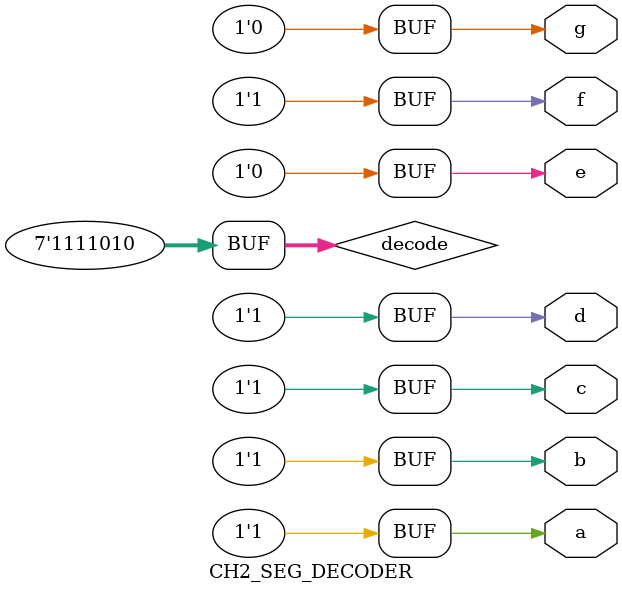
<source format=v>

module CH2_SEG_DECODER(
	a, b, c, d, e, f, g
);

output a, b, c, d, e, f, g;

reg [6:0] decode = 7'b1111010;

assign {a, b, c, d, e, f, g} = decode;	//7

endmodule

</source>
